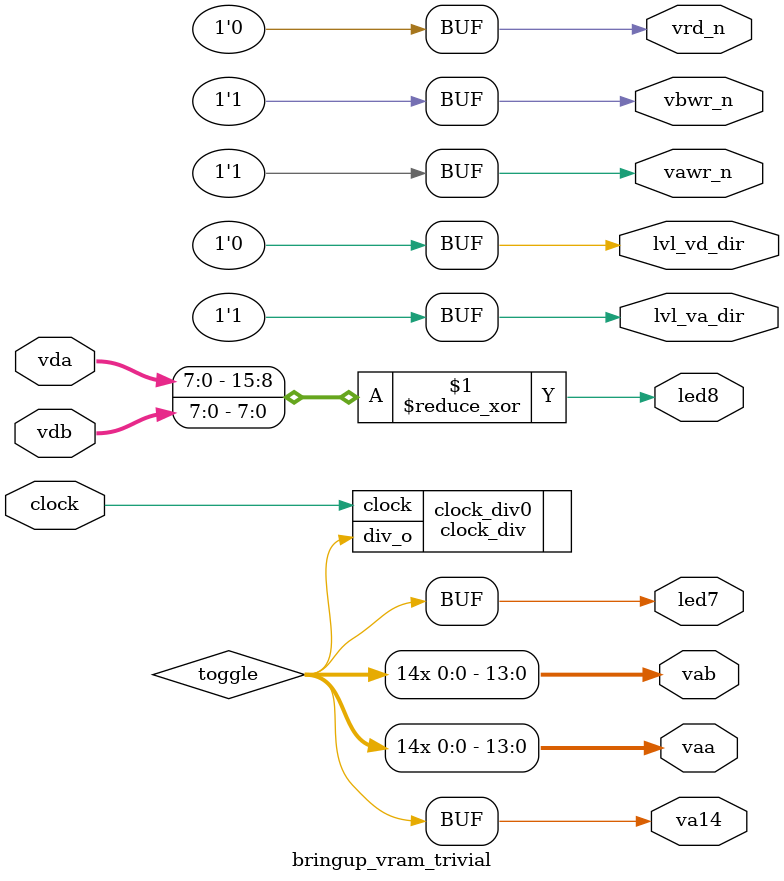
<source format=v>
`default_nettype none

module bringup_vram_trivial(
	// Clock input
	input  clock,

	// Direction pins
	output lvl_va_dir,
	output lvl_vd_dir,

	// VRAM pins
	output  vrd_n,
	output  vawr_n,
	output  vbwr_n,
	output  va14,
	output  [13:0] vaa,
	output  [13:0] vab,
	//output  [7:0] vda,
	//output  [7:0] vdb,
	input   [7:0] vda,
	input   [7:0] vdb,
	
	// LEDs
	output  led7,
	output  led8);

wire toggle;
clock_div #(.CYCLES(120))  // 100kHz
	clock_div0(.clock(clock), .div_o(toggle));

assign lvl_va_dir = 1;
assign lvl_vd_dir = 0;

assign led7 = toggle;  // LED7 == output mode
//assign led8 = ~toggle;  // LED8 == input mode

// Avoid confusing vram chips.
assign vrd_n = 0;
assign vawr_n = 1;
assign vbwr_n = 1;

assign va14 = toggle;
assign vaa = {14{toggle}};
assign vab = {14{toggle}};

// Bidirectional data pins.
//wire [7:0] vda_i;
//wire [7:0] vdb_i;
//wire [7:0] vda_o;
//wire [7:0] vdb_o;
//pin_bidir_8 pin_bidir_vda(.i(vda_i), .o(vda_o), .dir(lvl_vd_dir), .pin(vda));
//pin_bidir_8 pin_bidir_vdb(.i(vdb_i), .o(vdb_o), .dir(lvl_vd_dir), .pin(vdb));
//assign vda_o = {8{toggle}};
//assign vdb_o = {8{toggle}};

//assign vda = {8{toggle}};
//assign vdb = {8{toggle}};

assign led8 = ^{vda, vdb};

endmodule

</source>
